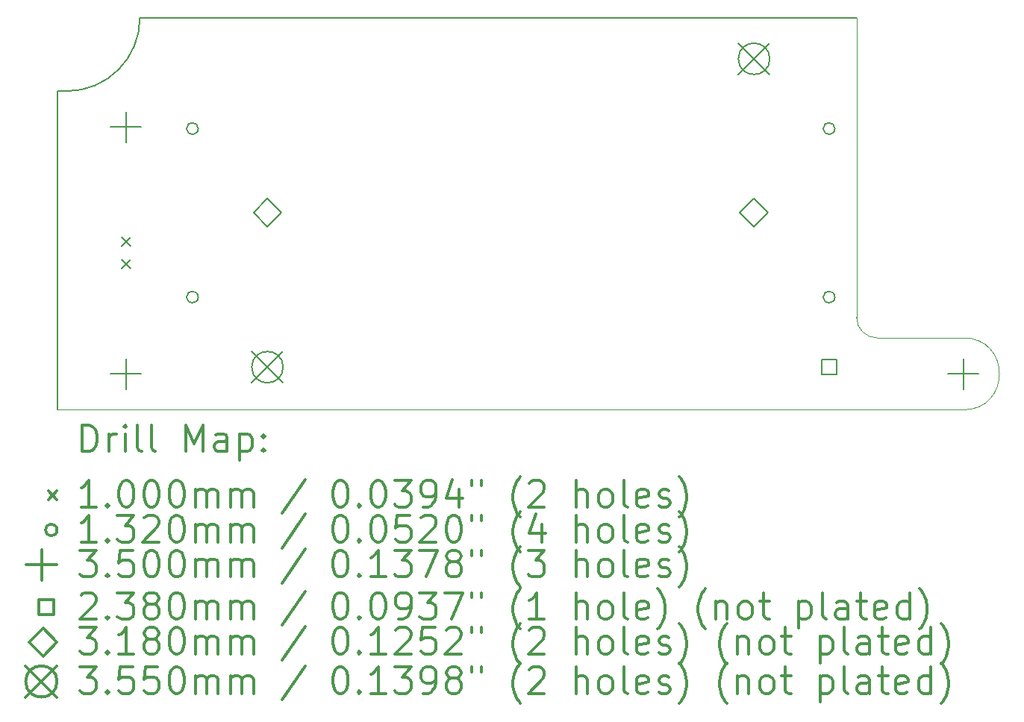
<source format=gbr>
%FSLAX45Y45*%
G04 Gerber Fmt 4.5, Leading zero omitted, Abs format (unit mm)*
G04 Created by KiCad (PCBNEW (5.1.10)-1) date 2021-12-13 23:36:23*
%MOMM*%
%LPD*%
G01*
G04 APERTURE LIST*
%TA.AperFunction,Profile*%
%ADD10C,0.150000*%
%TD*%
%TA.AperFunction,Profile*%
%ADD11C,0.050000*%
%TD*%
%ADD12C,0.200000*%
%ADD13C,0.300000*%
G04 APERTURE END LIST*
D10*
X4940100Y-12006100D02*
X5040100Y-12006100D01*
D11*
X14235092Y-14806100D02*
G75*
G02*
X14003100Y-14574108I0J231992D01*
G01*
X15214600Y-14806100D02*
X14235092Y-14806100D01*
X14003100Y-11173100D02*
X14003100Y-14574108D01*
X15214600Y-14806100D02*
G75*
G02*
X15214600Y-15623100I0J-408500D01*
G01*
X4940100Y-15623100D02*
X15214600Y-15623100D01*
D10*
X5040100Y-12006100D02*
G75*
G03*
X5873100Y-11173100I0J833000D01*
G01*
X5873100Y-11173100D02*
X14003100Y-11173100D01*
X4940100Y-12006100D02*
X4940100Y-15623100D01*
D12*
X5664600Y-13664600D02*
X5764600Y-13764600D01*
X5764600Y-13664600D02*
X5664600Y-13764600D01*
X5665000Y-13918600D02*
X5765000Y-14018600D01*
X5765000Y-13918600D02*
X5665000Y-14018600D01*
X6534600Y-12430400D02*
G75*
G03*
X6534600Y-12430400I-66000J0D01*
G01*
X6534600Y-14343400D02*
G75*
G03*
X6534600Y-14343400I-66000J0D01*
G01*
X13756600Y-12430400D02*
G75*
G03*
X13756600Y-12430400I-66000J0D01*
G01*
X13756600Y-14343400D02*
G75*
G03*
X13756600Y-14343400I-66000J0D01*
G01*
X5714600Y-12239600D02*
X5714600Y-12589600D01*
X5539600Y-12414600D02*
X5889600Y-12414600D01*
X5714600Y-15039600D02*
X5714600Y-15389600D01*
X5539600Y-15214600D02*
X5889600Y-15214600D01*
X15214600Y-15039600D02*
X15214600Y-15389600D01*
X15039600Y-15214600D02*
X15389600Y-15214600D01*
X13774746Y-15222546D02*
X13774746Y-15054253D01*
X13606453Y-15054253D01*
X13606453Y-15222546D01*
X13774746Y-15222546D01*
X7319600Y-13544400D02*
X7478600Y-13385400D01*
X7319600Y-13226400D01*
X7160600Y-13385400D01*
X7319600Y-13544400D01*
X12839600Y-13544400D02*
X12998600Y-13385400D01*
X12839600Y-13226400D01*
X12680600Y-13385400D01*
X12839600Y-13544400D01*
X7142100Y-14960900D02*
X7497100Y-15315900D01*
X7497100Y-14960900D02*
X7142100Y-15315900D01*
X7497100Y-15138400D02*
G75*
G03*
X7497100Y-15138400I-177500J0D01*
G01*
X12662100Y-11460900D02*
X13017100Y-11815900D01*
X13017100Y-11460900D02*
X12662100Y-11815900D01*
X13017100Y-11638400D02*
G75*
G03*
X13017100Y-11638400I-177500J0D01*
G01*
D13*
X5219028Y-16096314D02*
X5219028Y-15796314D01*
X5290457Y-15796314D01*
X5333314Y-15810600D01*
X5361886Y-15839171D01*
X5376171Y-15867743D01*
X5390457Y-15924886D01*
X5390457Y-15967743D01*
X5376171Y-16024886D01*
X5361886Y-16053457D01*
X5333314Y-16082029D01*
X5290457Y-16096314D01*
X5219028Y-16096314D01*
X5519028Y-16096314D02*
X5519028Y-15896314D01*
X5519028Y-15953457D02*
X5533314Y-15924886D01*
X5547600Y-15910600D01*
X5576171Y-15896314D01*
X5604743Y-15896314D01*
X5704743Y-16096314D02*
X5704743Y-15896314D01*
X5704743Y-15796314D02*
X5690457Y-15810600D01*
X5704743Y-15824886D01*
X5719028Y-15810600D01*
X5704743Y-15796314D01*
X5704743Y-15824886D01*
X5890457Y-16096314D02*
X5861886Y-16082029D01*
X5847600Y-16053457D01*
X5847600Y-15796314D01*
X6047600Y-16096314D02*
X6019028Y-16082029D01*
X6004743Y-16053457D01*
X6004743Y-15796314D01*
X6390457Y-16096314D02*
X6390457Y-15796314D01*
X6490457Y-16010600D01*
X6590457Y-15796314D01*
X6590457Y-16096314D01*
X6861886Y-16096314D02*
X6861886Y-15939171D01*
X6847600Y-15910600D01*
X6819028Y-15896314D01*
X6761886Y-15896314D01*
X6733314Y-15910600D01*
X6861886Y-16082029D02*
X6833314Y-16096314D01*
X6761886Y-16096314D01*
X6733314Y-16082029D01*
X6719028Y-16053457D01*
X6719028Y-16024886D01*
X6733314Y-15996314D01*
X6761886Y-15982029D01*
X6833314Y-15982029D01*
X6861886Y-15967743D01*
X7004743Y-15896314D02*
X7004743Y-16196314D01*
X7004743Y-15910600D02*
X7033314Y-15896314D01*
X7090457Y-15896314D01*
X7119028Y-15910600D01*
X7133314Y-15924886D01*
X7147600Y-15953457D01*
X7147600Y-16039171D01*
X7133314Y-16067743D01*
X7119028Y-16082029D01*
X7090457Y-16096314D01*
X7033314Y-16096314D01*
X7004743Y-16082029D01*
X7276171Y-16067743D02*
X7290457Y-16082029D01*
X7276171Y-16096314D01*
X7261886Y-16082029D01*
X7276171Y-16067743D01*
X7276171Y-16096314D01*
X7276171Y-15910600D02*
X7290457Y-15924886D01*
X7276171Y-15939171D01*
X7261886Y-15924886D01*
X7276171Y-15910600D01*
X7276171Y-15939171D01*
X4832600Y-16540600D02*
X4932600Y-16640600D01*
X4932600Y-16540600D02*
X4832600Y-16640600D01*
X5376171Y-16726314D02*
X5204743Y-16726314D01*
X5290457Y-16726314D02*
X5290457Y-16426314D01*
X5261886Y-16469171D01*
X5233314Y-16497743D01*
X5204743Y-16512029D01*
X5504743Y-16697743D02*
X5519028Y-16712029D01*
X5504743Y-16726314D01*
X5490457Y-16712029D01*
X5504743Y-16697743D01*
X5504743Y-16726314D01*
X5704743Y-16426314D02*
X5733314Y-16426314D01*
X5761886Y-16440600D01*
X5776171Y-16454886D01*
X5790457Y-16483457D01*
X5804743Y-16540600D01*
X5804743Y-16612029D01*
X5790457Y-16669171D01*
X5776171Y-16697743D01*
X5761886Y-16712029D01*
X5733314Y-16726314D01*
X5704743Y-16726314D01*
X5676171Y-16712029D01*
X5661886Y-16697743D01*
X5647600Y-16669171D01*
X5633314Y-16612029D01*
X5633314Y-16540600D01*
X5647600Y-16483457D01*
X5661886Y-16454886D01*
X5676171Y-16440600D01*
X5704743Y-16426314D01*
X5990457Y-16426314D02*
X6019028Y-16426314D01*
X6047600Y-16440600D01*
X6061886Y-16454886D01*
X6076171Y-16483457D01*
X6090457Y-16540600D01*
X6090457Y-16612029D01*
X6076171Y-16669171D01*
X6061886Y-16697743D01*
X6047600Y-16712029D01*
X6019028Y-16726314D01*
X5990457Y-16726314D01*
X5961886Y-16712029D01*
X5947600Y-16697743D01*
X5933314Y-16669171D01*
X5919028Y-16612029D01*
X5919028Y-16540600D01*
X5933314Y-16483457D01*
X5947600Y-16454886D01*
X5961886Y-16440600D01*
X5990457Y-16426314D01*
X6276171Y-16426314D02*
X6304743Y-16426314D01*
X6333314Y-16440600D01*
X6347600Y-16454886D01*
X6361886Y-16483457D01*
X6376171Y-16540600D01*
X6376171Y-16612029D01*
X6361886Y-16669171D01*
X6347600Y-16697743D01*
X6333314Y-16712029D01*
X6304743Y-16726314D01*
X6276171Y-16726314D01*
X6247600Y-16712029D01*
X6233314Y-16697743D01*
X6219028Y-16669171D01*
X6204743Y-16612029D01*
X6204743Y-16540600D01*
X6219028Y-16483457D01*
X6233314Y-16454886D01*
X6247600Y-16440600D01*
X6276171Y-16426314D01*
X6504743Y-16726314D02*
X6504743Y-16526314D01*
X6504743Y-16554886D02*
X6519028Y-16540600D01*
X6547600Y-16526314D01*
X6590457Y-16526314D01*
X6619028Y-16540600D01*
X6633314Y-16569171D01*
X6633314Y-16726314D01*
X6633314Y-16569171D02*
X6647600Y-16540600D01*
X6676171Y-16526314D01*
X6719028Y-16526314D01*
X6747600Y-16540600D01*
X6761886Y-16569171D01*
X6761886Y-16726314D01*
X6904743Y-16726314D02*
X6904743Y-16526314D01*
X6904743Y-16554886D02*
X6919028Y-16540600D01*
X6947600Y-16526314D01*
X6990457Y-16526314D01*
X7019028Y-16540600D01*
X7033314Y-16569171D01*
X7033314Y-16726314D01*
X7033314Y-16569171D02*
X7047600Y-16540600D01*
X7076171Y-16526314D01*
X7119028Y-16526314D01*
X7147600Y-16540600D01*
X7161886Y-16569171D01*
X7161886Y-16726314D01*
X7747600Y-16412029D02*
X7490457Y-16797743D01*
X8133314Y-16426314D02*
X8161886Y-16426314D01*
X8190457Y-16440600D01*
X8204743Y-16454886D01*
X8219028Y-16483457D01*
X8233314Y-16540600D01*
X8233314Y-16612029D01*
X8219028Y-16669171D01*
X8204743Y-16697743D01*
X8190457Y-16712029D01*
X8161886Y-16726314D01*
X8133314Y-16726314D01*
X8104743Y-16712029D01*
X8090457Y-16697743D01*
X8076171Y-16669171D01*
X8061886Y-16612029D01*
X8061886Y-16540600D01*
X8076171Y-16483457D01*
X8090457Y-16454886D01*
X8104743Y-16440600D01*
X8133314Y-16426314D01*
X8361886Y-16697743D02*
X8376171Y-16712029D01*
X8361886Y-16726314D01*
X8347600Y-16712029D01*
X8361886Y-16697743D01*
X8361886Y-16726314D01*
X8561886Y-16426314D02*
X8590457Y-16426314D01*
X8619028Y-16440600D01*
X8633314Y-16454886D01*
X8647600Y-16483457D01*
X8661886Y-16540600D01*
X8661886Y-16612029D01*
X8647600Y-16669171D01*
X8633314Y-16697743D01*
X8619028Y-16712029D01*
X8590457Y-16726314D01*
X8561886Y-16726314D01*
X8533314Y-16712029D01*
X8519028Y-16697743D01*
X8504743Y-16669171D01*
X8490457Y-16612029D01*
X8490457Y-16540600D01*
X8504743Y-16483457D01*
X8519028Y-16454886D01*
X8533314Y-16440600D01*
X8561886Y-16426314D01*
X8761886Y-16426314D02*
X8947600Y-16426314D01*
X8847600Y-16540600D01*
X8890457Y-16540600D01*
X8919028Y-16554886D01*
X8933314Y-16569171D01*
X8947600Y-16597743D01*
X8947600Y-16669171D01*
X8933314Y-16697743D01*
X8919028Y-16712029D01*
X8890457Y-16726314D01*
X8804743Y-16726314D01*
X8776171Y-16712029D01*
X8761886Y-16697743D01*
X9090457Y-16726314D02*
X9147600Y-16726314D01*
X9176171Y-16712029D01*
X9190457Y-16697743D01*
X9219028Y-16654886D01*
X9233314Y-16597743D01*
X9233314Y-16483457D01*
X9219028Y-16454886D01*
X9204743Y-16440600D01*
X9176171Y-16426314D01*
X9119028Y-16426314D01*
X9090457Y-16440600D01*
X9076171Y-16454886D01*
X9061886Y-16483457D01*
X9061886Y-16554886D01*
X9076171Y-16583457D01*
X9090457Y-16597743D01*
X9119028Y-16612029D01*
X9176171Y-16612029D01*
X9204743Y-16597743D01*
X9219028Y-16583457D01*
X9233314Y-16554886D01*
X9490457Y-16526314D02*
X9490457Y-16726314D01*
X9419028Y-16412029D02*
X9347600Y-16626314D01*
X9533314Y-16626314D01*
X9633314Y-16426314D02*
X9633314Y-16483457D01*
X9747600Y-16426314D02*
X9747600Y-16483457D01*
X10190457Y-16840600D02*
X10176171Y-16826314D01*
X10147600Y-16783457D01*
X10133314Y-16754886D01*
X10119028Y-16712029D01*
X10104743Y-16640600D01*
X10104743Y-16583457D01*
X10119028Y-16512029D01*
X10133314Y-16469171D01*
X10147600Y-16440600D01*
X10176171Y-16397743D01*
X10190457Y-16383457D01*
X10290457Y-16454886D02*
X10304743Y-16440600D01*
X10333314Y-16426314D01*
X10404743Y-16426314D01*
X10433314Y-16440600D01*
X10447600Y-16454886D01*
X10461886Y-16483457D01*
X10461886Y-16512029D01*
X10447600Y-16554886D01*
X10276171Y-16726314D01*
X10461886Y-16726314D01*
X10819028Y-16726314D02*
X10819028Y-16426314D01*
X10947600Y-16726314D02*
X10947600Y-16569171D01*
X10933314Y-16540600D01*
X10904743Y-16526314D01*
X10861886Y-16526314D01*
X10833314Y-16540600D01*
X10819028Y-16554886D01*
X11133314Y-16726314D02*
X11104743Y-16712029D01*
X11090457Y-16697743D01*
X11076171Y-16669171D01*
X11076171Y-16583457D01*
X11090457Y-16554886D01*
X11104743Y-16540600D01*
X11133314Y-16526314D01*
X11176171Y-16526314D01*
X11204743Y-16540600D01*
X11219028Y-16554886D01*
X11233314Y-16583457D01*
X11233314Y-16669171D01*
X11219028Y-16697743D01*
X11204743Y-16712029D01*
X11176171Y-16726314D01*
X11133314Y-16726314D01*
X11404743Y-16726314D02*
X11376171Y-16712029D01*
X11361886Y-16683457D01*
X11361886Y-16426314D01*
X11633314Y-16712029D02*
X11604743Y-16726314D01*
X11547600Y-16726314D01*
X11519028Y-16712029D01*
X11504743Y-16683457D01*
X11504743Y-16569171D01*
X11519028Y-16540600D01*
X11547600Y-16526314D01*
X11604743Y-16526314D01*
X11633314Y-16540600D01*
X11647600Y-16569171D01*
X11647600Y-16597743D01*
X11504743Y-16626314D01*
X11761886Y-16712029D02*
X11790457Y-16726314D01*
X11847600Y-16726314D01*
X11876171Y-16712029D01*
X11890457Y-16683457D01*
X11890457Y-16669171D01*
X11876171Y-16640600D01*
X11847600Y-16626314D01*
X11804743Y-16626314D01*
X11776171Y-16612029D01*
X11761886Y-16583457D01*
X11761886Y-16569171D01*
X11776171Y-16540600D01*
X11804743Y-16526314D01*
X11847600Y-16526314D01*
X11876171Y-16540600D01*
X11990457Y-16840600D02*
X12004743Y-16826314D01*
X12033314Y-16783457D01*
X12047600Y-16754886D01*
X12061886Y-16712029D01*
X12076171Y-16640600D01*
X12076171Y-16583457D01*
X12061886Y-16512029D01*
X12047600Y-16469171D01*
X12033314Y-16440600D01*
X12004743Y-16397743D01*
X11990457Y-16383457D01*
X4932600Y-16986600D02*
G75*
G03*
X4932600Y-16986600I-66000J0D01*
G01*
X5376171Y-17122314D02*
X5204743Y-17122314D01*
X5290457Y-17122314D02*
X5290457Y-16822314D01*
X5261886Y-16865172D01*
X5233314Y-16893743D01*
X5204743Y-16908029D01*
X5504743Y-17093743D02*
X5519028Y-17108029D01*
X5504743Y-17122314D01*
X5490457Y-17108029D01*
X5504743Y-17093743D01*
X5504743Y-17122314D01*
X5619028Y-16822314D02*
X5804743Y-16822314D01*
X5704743Y-16936600D01*
X5747600Y-16936600D01*
X5776171Y-16950886D01*
X5790457Y-16965172D01*
X5804743Y-16993743D01*
X5804743Y-17065172D01*
X5790457Y-17093743D01*
X5776171Y-17108029D01*
X5747600Y-17122314D01*
X5661886Y-17122314D01*
X5633314Y-17108029D01*
X5619028Y-17093743D01*
X5919028Y-16850886D02*
X5933314Y-16836600D01*
X5961886Y-16822314D01*
X6033314Y-16822314D01*
X6061886Y-16836600D01*
X6076171Y-16850886D01*
X6090457Y-16879457D01*
X6090457Y-16908029D01*
X6076171Y-16950886D01*
X5904743Y-17122314D01*
X6090457Y-17122314D01*
X6276171Y-16822314D02*
X6304743Y-16822314D01*
X6333314Y-16836600D01*
X6347600Y-16850886D01*
X6361886Y-16879457D01*
X6376171Y-16936600D01*
X6376171Y-17008029D01*
X6361886Y-17065172D01*
X6347600Y-17093743D01*
X6333314Y-17108029D01*
X6304743Y-17122314D01*
X6276171Y-17122314D01*
X6247600Y-17108029D01*
X6233314Y-17093743D01*
X6219028Y-17065172D01*
X6204743Y-17008029D01*
X6204743Y-16936600D01*
X6219028Y-16879457D01*
X6233314Y-16850886D01*
X6247600Y-16836600D01*
X6276171Y-16822314D01*
X6504743Y-17122314D02*
X6504743Y-16922314D01*
X6504743Y-16950886D02*
X6519028Y-16936600D01*
X6547600Y-16922314D01*
X6590457Y-16922314D01*
X6619028Y-16936600D01*
X6633314Y-16965172D01*
X6633314Y-17122314D01*
X6633314Y-16965172D02*
X6647600Y-16936600D01*
X6676171Y-16922314D01*
X6719028Y-16922314D01*
X6747600Y-16936600D01*
X6761886Y-16965172D01*
X6761886Y-17122314D01*
X6904743Y-17122314D02*
X6904743Y-16922314D01*
X6904743Y-16950886D02*
X6919028Y-16936600D01*
X6947600Y-16922314D01*
X6990457Y-16922314D01*
X7019028Y-16936600D01*
X7033314Y-16965172D01*
X7033314Y-17122314D01*
X7033314Y-16965172D02*
X7047600Y-16936600D01*
X7076171Y-16922314D01*
X7119028Y-16922314D01*
X7147600Y-16936600D01*
X7161886Y-16965172D01*
X7161886Y-17122314D01*
X7747600Y-16808029D02*
X7490457Y-17193743D01*
X8133314Y-16822314D02*
X8161886Y-16822314D01*
X8190457Y-16836600D01*
X8204743Y-16850886D01*
X8219028Y-16879457D01*
X8233314Y-16936600D01*
X8233314Y-17008029D01*
X8219028Y-17065172D01*
X8204743Y-17093743D01*
X8190457Y-17108029D01*
X8161886Y-17122314D01*
X8133314Y-17122314D01*
X8104743Y-17108029D01*
X8090457Y-17093743D01*
X8076171Y-17065172D01*
X8061886Y-17008029D01*
X8061886Y-16936600D01*
X8076171Y-16879457D01*
X8090457Y-16850886D01*
X8104743Y-16836600D01*
X8133314Y-16822314D01*
X8361886Y-17093743D02*
X8376171Y-17108029D01*
X8361886Y-17122314D01*
X8347600Y-17108029D01*
X8361886Y-17093743D01*
X8361886Y-17122314D01*
X8561886Y-16822314D02*
X8590457Y-16822314D01*
X8619028Y-16836600D01*
X8633314Y-16850886D01*
X8647600Y-16879457D01*
X8661886Y-16936600D01*
X8661886Y-17008029D01*
X8647600Y-17065172D01*
X8633314Y-17093743D01*
X8619028Y-17108029D01*
X8590457Y-17122314D01*
X8561886Y-17122314D01*
X8533314Y-17108029D01*
X8519028Y-17093743D01*
X8504743Y-17065172D01*
X8490457Y-17008029D01*
X8490457Y-16936600D01*
X8504743Y-16879457D01*
X8519028Y-16850886D01*
X8533314Y-16836600D01*
X8561886Y-16822314D01*
X8933314Y-16822314D02*
X8790457Y-16822314D01*
X8776171Y-16965172D01*
X8790457Y-16950886D01*
X8819028Y-16936600D01*
X8890457Y-16936600D01*
X8919028Y-16950886D01*
X8933314Y-16965172D01*
X8947600Y-16993743D01*
X8947600Y-17065172D01*
X8933314Y-17093743D01*
X8919028Y-17108029D01*
X8890457Y-17122314D01*
X8819028Y-17122314D01*
X8790457Y-17108029D01*
X8776171Y-17093743D01*
X9061886Y-16850886D02*
X9076171Y-16836600D01*
X9104743Y-16822314D01*
X9176171Y-16822314D01*
X9204743Y-16836600D01*
X9219028Y-16850886D01*
X9233314Y-16879457D01*
X9233314Y-16908029D01*
X9219028Y-16950886D01*
X9047600Y-17122314D01*
X9233314Y-17122314D01*
X9419028Y-16822314D02*
X9447600Y-16822314D01*
X9476171Y-16836600D01*
X9490457Y-16850886D01*
X9504743Y-16879457D01*
X9519028Y-16936600D01*
X9519028Y-17008029D01*
X9504743Y-17065172D01*
X9490457Y-17093743D01*
X9476171Y-17108029D01*
X9447600Y-17122314D01*
X9419028Y-17122314D01*
X9390457Y-17108029D01*
X9376171Y-17093743D01*
X9361886Y-17065172D01*
X9347600Y-17008029D01*
X9347600Y-16936600D01*
X9361886Y-16879457D01*
X9376171Y-16850886D01*
X9390457Y-16836600D01*
X9419028Y-16822314D01*
X9633314Y-16822314D02*
X9633314Y-16879457D01*
X9747600Y-16822314D02*
X9747600Y-16879457D01*
X10190457Y-17236600D02*
X10176171Y-17222314D01*
X10147600Y-17179457D01*
X10133314Y-17150886D01*
X10119028Y-17108029D01*
X10104743Y-17036600D01*
X10104743Y-16979457D01*
X10119028Y-16908029D01*
X10133314Y-16865172D01*
X10147600Y-16836600D01*
X10176171Y-16793743D01*
X10190457Y-16779457D01*
X10433314Y-16922314D02*
X10433314Y-17122314D01*
X10361886Y-16808029D02*
X10290457Y-17022314D01*
X10476171Y-17022314D01*
X10819028Y-17122314D02*
X10819028Y-16822314D01*
X10947600Y-17122314D02*
X10947600Y-16965172D01*
X10933314Y-16936600D01*
X10904743Y-16922314D01*
X10861886Y-16922314D01*
X10833314Y-16936600D01*
X10819028Y-16950886D01*
X11133314Y-17122314D02*
X11104743Y-17108029D01*
X11090457Y-17093743D01*
X11076171Y-17065172D01*
X11076171Y-16979457D01*
X11090457Y-16950886D01*
X11104743Y-16936600D01*
X11133314Y-16922314D01*
X11176171Y-16922314D01*
X11204743Y-16936600D01*
X11219028Y-16950886D01*
X11233314Y-16979457D01*
X11233314Y-17065172D01*
X11219028Y-17093743D01*
X11204743Y-17108029D01*
X11176171Y-17122314D01*
X11133314Y-17122314D01*
X11404743Y-17122314D02*
X11376171Y-17108029D01*
X11361886Y-17079457D01*
X11361886Y-16822314D01*
X11633314Y-17108029D02*
X11604743Y-17122314D01*
X11547600Y-17122314D01*
X11519028Y-17108029D01*
X11504743Y-17079457D01*
X11504743Y-16965172D01*
X11519028Y-16936600D01*
X11547600Y-16922314D01*
X11604743Y-16922314D01*
X11633314Y-16936600D01*
X11647600Y-16965172D01*
X11647600Y-16993743D01*
X11504743Y-17022314D01*
X11761886Y-17108029D02*
X11790457Y-17122314D01*
X11847600Y-17122314D01*
X11876171Y-17108029D01*
X11890457Y-17079457D01*
X11890457Y-17065172D01*
X11876171Y-17036600D01*
X11847600Y-17022314D01*
X11804743Y-17022314D01*
X11776171Y-17008029D01*
X11761886Y-16979457D01*
X11761886Y-16965172D01*
X11776171Y-16936600D01*
X11804743Y-16922314D01*
X11847600Y-16922314D01*
X11876171Y-16936600D01*
X11990457Y-17236600D02*
X12004743Y-17222314D01*
X12033314Y-17179457D01*
X12047600Y-17150886D01*
X12061886Y-17108029D01*
X12076171Y-17036600D01*
X12076171Y-16979457D01*
X12061886Y-16908029D01*
X12047600Y-16865172D01*
X12033314Y-16836600D01*
X12004743Y-16793743D01*
X11990457Y-16779457D01*
X4757600Y-17207600D02*
X4757600Y-17557600D01*
X4582600Y-17382600D02*
X4932600Y-17382600D01*
X5190457Y-17218314D02*
X5376171Y-17218314D01*
X5276171Y-17332600D01*
X5319028Y-17332600D01*
X5347600Y-17346886D01*
X5361886Y-17361172D01*
X5376171Y-17389743D01*
X5376171Y-17461172D01*
X5361886Y-17489743D01*
X5347600Y-17504029D01*
X5319028Y-17518314D01*
X5233314Y-17518314D01*
X5204743Y-17504029D01*
X5190457Y-17489743D01*
X5504743Y-17489743D02*
X5519028Y-17504029D01*
X5504743Y-17518314D01*
X5490457Y-17504029D01*
X5504743Y-17489743D01*
X5504743Y-17518314D01*
X5790457Y-17218314D02*
X5647600Y-17218314D01*
X5633314Y-17361172D01*
X5647600Y-17346886D01*
X5676171Y-17332600D01*
X5747600Y-17332600D01*
X5776171Y-17346886D01*
X5790457Y-17361172D01*
X5804743Y-17389743D01*
X5804743Y-17461172D01*
X5790457Y-17489743D01*
X5776171Y-17504029D01*
X5747600Y-17518314D01*
X5676171Y-17518314D01*
X5647600Y-17504029D01*
X5633314Y-17489743D01*
X5990457Y-17218314D02*
X6019028Y-17218314D01*
X6047600Y-17232600D01*
X6061886Y-17246886D01*
X6076171Y-17275457D01*
X6090457Y-17332600D01*
X6090457Y-17404029D01*
X6076171Y-17461172D01*
X6061886Y-17489743D01*
X6047600Y-17504029D01*
X6019028Y-17518314D01*
X5990457Y-17518314D01*
X5961886Y-17504029D01*
X5947600Y-17489743D01*
X5933314Y-17461172D01*
X5919028Y-17404029D01*
X5919028Y-17332600D01*
X5933314Y-17275457D01*
X5947600Y-17246886D01*
X5961886Y-17232600D01*
X5990457Y-17218314D01*
X6276171Y-17218314D02*
X6304743Y-17218314D01*
X6333314Y-17232600D01*
X6347600Y-17246886D01*
X6361886Y-17275457D01*
X6376171Y-17332600D01*
X6376171Y-17404029D01*
X6361886Y-17461172D01*
X6347600Y-17489743D01*
X6333314Y-17504029D01*
X6304743Y-17518314D01*
X6276171Y-17518314D01*
X6247600Y-17504029D01*
X6233314Y-17489743D01*
X6219028Y-17461172D01*
X6204743Y-17404029D01*
X6204743Y-17332600D01*
X6219028Y-17275457D01*
X6233314Y-17246886D01*
X6247600Y-17232600D01*
X6276171Y-17218314D01*
X6504743Y-17518314D02*
X6504743Y-17318314D01*
X6504743Y-17346886D02*
X6519028Y-17332600D01*
X6547600Y-17318314D01*
X6590457Y-17318314D01*
X6619028Y-17332600D01*
X6633314Y-17361172D01*
X6633314Y-17518314D01*
X6633314Y-17361172D02*
X6647600Y-17332600D01*
X6676171Y-17318314D01*
X6719028Y-17318314D01*
X6747600Y-17332600D01*
X6761886Y-17361172D01*
X6761886Y-17518314D01*
X6904743Y-17518314D02*
X6904743Y-17318314D01*
X6904743Y-17346886D02*
X6919028Y-17332600D01*
X6947600Y-17318314D01*
X6990457Y-17318314D01*
X7019028Y-17332600D01*
X7033314Y-17361172D01*
X7033314Y-17518314D01*
X7033314Y-17361172D02*
X7047600Y-17332600D01*
X7076171Y-17318314D01*
X7119028Y-17318314D01*
X7147600Y-17332600D01*
X7161886Y-17361172D01*
X7161886Y-17518314D01*
X7747600Y-17204029D02*
X7490457Y-17589743D01*
X8133314Y-17218314D02*
X8161886Y-17218314D01*
X8190457Y-17232600D01*
X8204743Y-17246886D01*
X8219028Y-17275457D01*
X8233314Y-17332600D01*
X8233314Y-17404029D01*
X8219028Y-17461172D01*
X8204743Y-17489743D01*
X8190457Y-17504029D01*
X8161886Y-17518314D01*
X8133314Y-17518314D01*
X8104743Y-17504029D01*
X8090457Y-17489743D01*
X8076171Y-17461172D01*
X8061886Y-17404029D01*
X8061886Y-17332600D01*
X8076171Y-17275457D01*
X8090457Y-17246886D01*
X8104743Y-17232600D01*
X8133314Y-17218314D01*
X8361886Y-17489743D02*
X8376171Y-17504029D01*
X8361886Y-17518314D01*
X8347600Y-17504029D01*
X8361886Y-17489743D01*
X8361886Y-17518314D01*
X8661886Y-17518314D02*
X8490457Y-17518314D01*
X8576171Y-17518314D02*
X8576171Y-17218314D01*
X8547600Y-17261172D01*
X8519028Y-17289743D01*
X8490457Y-17304029D01*
X8761886Y-17218314D02*
X8947600Y-17218314D01*
X8847600Y-17332600D01*
X8890457Y-17332600D01*
X8919028Y-17346886D01*
X8933314Y-17361172D01*
X8947600Y-17389743D01*
X8947600Y-17461172D01*
X8933314Y-17489743D01*
X8919028Y-17504029D01*
X8890457Y-17518314D01*
X8804743Y-17518314D01*
X8776171Y-17504029D01*
X8761886Y-17489743D01*
X9047600Y-17218314D02*
X9247600Y-17218314D01*
X9119028Y-17518314D01*
X9404743Y-17346886D02*
X9376171Y-17332600D01*
X9361886Y-17318314D01*
X9347600Y-17289743D01*
X9347600Y-17275457D01*
X9361886Y-17246886D01*
X9376171Y-17232600D01*
X9404743Y-17218314D01*
X9461886Y-17218314D01*
X9490457Y-17232600D01*
X9504743Y-17246886D01*
X9519028Y-17275457D01*
X9519028Y-17289743D01*
X9504743Y-17318314D01*
X9490457Y-17332600D01*
X9461886Y-17346886D01*
X9404743Y-17346886D01*
X9376171Y-17361172D01*
X9361886Y-17375457D01*
X9347600Y-17404029D01*
X9347600Y-17461172D01*
X9361886Y-17489743D01*
X9376171Y-17504029D01*
X9404743Y-17518314D01*
X9461886Y-17518314D01*
X9490457Y-17504029D01*
X9504743Y-17489743D01*
X9519028Y-17461172D01*
X9519028Y-17404029D01*
X9504743Y-17375457D01*
X9490457Y-17361172D01*
X9461886Y-17346886D01*
X9633314Y-17218314D02*
X9633314Y-17275457D01*
X9747600Y-17218314D02*
X9747600Y-17275457D01*
X10190457Y-17632600D02*
X10176171Y-17618314D01*
X10147600Y-17575457D01*
X10133314Y-17546886D01*
X10119028Y-17504029D01*
X10104743Y-17432600D01*
X10104743Y-17375457D01*
X10119028Y-17304029D01*
X10133314Y-17261172D01*
X10147600Y-17232600D01*
X10176171Y-17189743D01*
X10190457Y-17175457D01*
X10276171Y-17218314D02*
X10461886Y-17218314D01*
X10361886Y-17332600D01*
X10404743Y-17332600D01*
X10433314Y-17346886D01*
X10447600Y-17361172D01*
X10461886Y-17389743D01*
X10461886Y-17461172D01*
X10447600Y-17489743D01*
X10433314Y-17504029D01*
X10404743Y-17518314D01*
X10319028Y-17518314D01*
X10290457Y-17504029D01*
X10276171Y-17489743D01*
X10819028Y-17518314D02*
X10819028Y-17218314D01*
X10947600Y-17518314D02*
X10947600Y-17361172D01*
X10933314Y-17332600D01*
X10904743Y-17318314D01*
X10861886Y-17318314D01*
X10833314Y-17332600D01*
X10819028Y-17346886D01*
X11133314Y-17518314D02*
X11104743Y-17504029D01*
X11090457Y-17489743D01*
X11076171Y-17461172D01*
X11076171Y-17375457D01*
X11090457Y-17346886D01*
X11104743Y-17332600D01*
X11133314Y-17318314D01*
X11176171Y-17318314D01*
X11204743Y-17332600D01*
X11219028Y-17346886D01*
X11233314Y-17375457D01*
X11233314Y-17461172D01*
X11219028Y-17489743D01*
X11204743Y-17504029D01*
X11176171Y-17518314D01*
X11133314Y-17518314D01*
X11404743Y-17518314D02*
X11376171Y-17504029D01*
X11361886Y-17475457D01*
X11361886Y-17218314D01*
X11633314Y-17504029D02*
X11604743Y-17518314D01*
X11547600Y-17518314D01*
X11519028Y-17504029D01*
X11504743Y-17475457D01*
X11504743Y-17361172D01*
X11519028Y-17332600D01*
X11547600Y-17318314D01*
X11604743Y-17318314D01*
X11633314Y-17332600D01*
X11647600Y-17361172D01*
X11647600Y-17389743D01*
X11504743Y-17418314D01*
X11761886Y-17504029D02*
X11790457Y-17518314D01*
X11847600Y-17518314D01*
X11876171Y-17504029D01*
X11890457Y-17475457D01*
X11890457Y-17461172D01*
X11876171Y-17432600D01*
X11847600Y-17418314D01*
X11804743Y-17418314D01*
X11776171Y-17404029D01*
X11761886Y-17375457D01*
X11761886Y-17361172D01*
X11776171Y-17332600D01*
X11804743Y-17318314D01*
X11847600Y-17318314D01*
X11876171Y-17332600D01*
X11990457Y-17632600D02*
X12004743Y-17618314D01*
X12033314Y-17575457D01*
X12047600Y-17546886D01*
X12061886Y-17504029D01*
X12076171Y-17432600D01*
X12076171Y-17375457D01*
X12061886Y-17304029D01*
X12047600Y-17261172D01*
X12033314Y-17232600D01*
X12004743Y-17189743D01*
X11990457Y-17175457D01*
X4897746Y-17946747D02*
X4897746Y-17778454D01*
X4729453Y-17778454D01*
X4729453Y-17946747D01*
X4897746Y-17946747D01*
X5204743Y-17726886D02*
X5219028Y-17712600D01*
X5247600Y-17698314D01*
X5319028Y-17698314D01*
X5347600Y-17712600D01*
X5361886Y-17726886D01*
X5376171Y-17755457D01*
X5376171Y-17784029D01*
X5361886Y-17826886D01*
X5190457Y-17998314D01*
X5376171Y-17998314D01*
X5504743Y-17969743D02*
X5519028Y-17984029D01*
X5504743Y-17998314D01*
X5490457Y-17984029D01*
X5504743Y-17969743D01*
X5504743Y-17998314D01*
X5619028Y-17698314D02*
X5804743Y-17698314D01*
X5704743Y-17812600D01*
X5747600Y-17812600D01*
X5776171Y-17826886D01*
X5790457Y-17841172D01*
X5804743Y-17869743D01*
X5804743Y-17941172D01*
X5790457Y-17969743D01*
X5776171Y-17984029D01*
X5747600Y-17998314D01*
X5661886Y-17998314D01*
X5633314Y-17984029D01*
X5619028Y-17969743D01*
X5976171Y-17826886D02*
X5947600Y-17812600D01*
X5933314Y-17798314D01*
X5919028Y-17769743D01*
X5919028Y-17755457D01*
X5933314Y-17726886D01*
X5947600Y-17712600D01*
X5976171Y-17698314D01*
X6033314Y-17698314D01*
X6061886Y-17712600D01*
X6076171Y-17726886D01*
X6090457Y-17755457D01*
X6090457Y-17769743D01*
X6076171Y-17798314D01*
X6061886Y-17812600D01*
X6033314Y-17826886D01*
X5976171Y-17826886D01*
X5947600Y-17841172D01*
X5933314Y-17855457D01*
X5919028Y-17884029D01*
X5919028Y-17941172D01*
X5933314Y-17969743D01*
X5947600Y-17984029D01*
X5976171Y-17998314D01*
X6033314Y-17998314D01*
X6061886Y-17984029D01*
X6076171Y-17969743D01*
X6090457Y-17941172D01*
X6090457Y-17884029D01*
X6076171Y-17855457D01*
X6061886Y-17841172D01*
X6033314Y-17826886D01*
X6276171Y-17698314D02*
X6304743Y-17698314D01*
X6333314Y-17712600D01*
X6347600Y-17726886D01*
X6361886Y-17755457D01*
X6376171Y-17812600D01*
X6376171Y-17884029D01*
X6361886Y-17941172D01*
X6347600Y-17969743D01*
X6333314Y-17984029D01*
X6304743Y-17998314D01*
X6276171Y-17998314D01*
X6247600Y-17984029D01*
X6233314Y-17969743D01*
X6219028Y-17941172D01*
X6204743Y-17884029D01*
X6204743Y-17812600D01*
X6219028Y-17755457D01*
X6233314Y-17726886D01*
X6247600Y-17712600D01*
X6276171Y-17698314D01*
X6504743Y-17998314D02*
X6504743Y-17798314D01*
X6504743Y-17826886D02*
X6519028Y-17812600D01*
X6547600Y-17798314D01*
X6590457Y-17798314D01*
X6619028Y-17812600D01*
X6633314Y-17841172D01*
X6633314Y-17998314D01*
X6633314Y-17841172D02*
X6647600Y-17812600D01*
X6676171Y-17798314D01*
X6719028Y-17798314D01*
X6747600Y-17812600D01*
X6761886Y-17841172D01*
X6761886Y-17998314D01*
X6904743Y-17998314D02*
X6904743Y-17798314D01*
X6904743Y-17826886D02*
X6919028Y-17812600D01*
X6947600Y-17798314D01*
X6990457Y-17798314D01*
X7019028Y-17812600D01*
X7033314Y-17841172D01*
X7033314Y-17998314D01*
X7033314Y-17841172D02*
X7047600Y-17812600D01*
X7076171Y-17798314D01*
X7119028Y-17798314D01*
X7147600Y-17812600D01*
X7161886Y-17841172D01*
X7161886Y-17998314D01*
X7747600Y-17684029D02*
X7490457Y-18069743D01*
X8133314Y-17698314D02*
X8161886Y-17698314D01*
X8190457Y-17712600D01*
X8204743Y-17726886D01*
X8219028Y-17755457D01*
X8233314Y-17812600D01*
X8233314Y-17884029D01*
X8219028Y-17941172D01*
X8204743Y-17969743D01*
X8190457Y-17984029D01*
X8161886Y-17998314D01*
X8133314Y-17998314D01*
X8104743Y-17984029D01*
X8090457Y-17969743D01*
X8076171Y-17941172D01*
X8061886Y-17884029D01*
X8061886Y-17812600D01*
X8076171Y-17755457D01*
X8090457Y-17726886D01*
X8104743Y-17712600D01*
X8133314Y-17698314D01*
X8361886Y-17969743D02*
X8376171Y-17984029D01*
X8361886Y-17998314D01*
X8347600Y-17984029D01*
X8361886Y-17969743D01*
X8361886Y-17998314D01*
X8561886Y-17698314D02*
X8590457Y-17698314D01*
X8619028Y-17712600D01*
X8633314Y-17726886D01*
X8647600Y-17755457D01*
X8661886Y-17812600D01*
X8661886Y-17884029D01*
X8647600Y-17941172D01*
X8633314Y-17969743D01*
X8619028Y-17984029D01*
X8590457Y-17998314D01*
X8561886Y-17998314D01*
X8533314Y-17984029D01*
X8519028Y-17969743D01*
X8504743Y-17941172D01*
X8490457Y-17884029D01*
X8490457Y-17812600D01*
X8504743Y-17755457D01*
X8519028Y-17726886D01*
X8533314Y-17712600D01*
X8561886Y-17698314D01*
X8804743Y-17998314D02*
X8861886Y-17998314D01*
X8890457Y-17984029D01*
X8904743Y-17969743D01*
X8933314Y-17926886D01*
X8947600Y-17869743D01*
X8947600Y-17755457D01*
X8933314Y-17726886D01*
X8919028Y-17712600D01*
X8890457Y-17698314D01*
X8833314Y-17698314D01*
X8804743Y-17712600D01*
X8790457Y-17726886D01*
X8776171Y-17755457D01*
X8776171Y-17826886D01*
X8790457Y-17855457D01*
X8804743Y-17869743D01*
X8833314Y-17884029D01*
X8890457Y-17884029D01*
X8919028Y-17869743D01*
X8933314Y-17855457D01*
X8947600Y-17826886D01*
X9047600Y-17698314D02*
X9233314Y-17698314D01*
X9133314Y-17812600D01*
X9176171Y-17812600D01*
X9204743Y-17826886D01*
X9219028Y-17841172D01*
X9233314Y-17869743D01*
X9233314Y-17941172D01*
X9219028Y-17969743D01*
X9204743Y-17984029D01*
X9176171Y-17998314D01*
X9090457Y-17998314D01*
X9061886Y-17984029D01*
X9047600Y-17969743D01*
X9333314Y-17698314D02*
X9533314Y-17698314D01*
X9404743Y-17998314D01*
X9633314Y-17698314D02*
X9633314Y-17755457D01*
X9747600Y-17698314D02*
X9747600Y-17755457D01*
X10190457Y-18112600D02*
X10176171Y-18098314D01*
X10147600Y-18055457D01*
X10133314Y-18026886D01*
X10119028Y-17984029D01*
X10104743Y-17912600D01*
X10104743Y-17855457D01*
X10119028Y-17784029D01*
X10133314Y-17741172D01*
X10147600Y-17712600D01*
X10176171Y-17669743D01*
X10190457Y-17655457D01*
X10461886Y-17998314D02*
X10290457Y-17998314D01*
X10376171Y-17998314D02*
X10376171Y-17698314D01*
X10347600Y-17741172D01*
X10319028Y-17769743D01*
X10290457Y-17784029D01*
X10819028Y-17998314D02*
X10819028Y-17698314D01*
X10947600Y-17998314D02*
X10947600Y-17841172D01*
X10933314Y-17812600D01*
X10904743Y-17798314D01*
X10861886Y-17798314D01*
X10833314Y-17812600D01*
X10819028Y-17826886D01*
X11133314Y-17998314D02*
X11104743Y-17984029D01*
X11090457Y-17969743D01*
X11076171Y-17941172D01*
X11076171Y-17855457D01*
X11090457Y-17826886D01*
X11104743Y-17812600D01*
X11133314Y-17798314D01*
X11176171Y-17798314D01*
X11204743Y-17812600D01*
X11219028Y-17826886D01*
X11233314Y-17855457D01*
X11233314Y-17941172D01*
X11219028Y-17969743D01*
X11204743Y-17984029D01*
X11176171Y-17998314D01*
X11133314Y-17998314D01*
X11404743Y-17998314D02*
X11376171Y-17984029D01*
X11361886Y-17955457D01*
X11361886Y-17698314D01*
X11633314Y-17984029D02*
X11604743Y-17998314D01*
X11547600Y-17998314D01*
X11519028Y-17984029D01*
X11504743Y-17955457D01*
X11504743Y-17841172D01*
X11519028Y-17812600D01*
X11547600Y-17798314D01*
X11604743Y-17798314D01*
X11633314Y-17812600D01*
X11647600Y-17841172D01*
X11647600Y-17869743D01*
X11504743Y-17898314D01*
X11747600Y-18112600D02*
X11761886Y-18098314D01*
X11790457Y-18055457D01*
X11804743Y-18026886D01*
X11819028Y-17984029D01*
X11833314Y-17912600D01*
X11833314Y-17855457D01*
X11819028Y-17784029D01*
X11804743Y-17741172D01*
X11790457Y-17712600D01*
X11761886Y-17669743D01*
X11747600Y-17655457D01*
X12290457Y-18112600D02*
X12276171Y-18098314D01*
X12247600Y-18055457D01*
X12233314Y-18026886D01*
X12219028Y-17984029D01*
X12204743Y-17912600D01*
X12204743Y-17855457D01*
X12219028Y-17784029D01*
X12233314Y-17741172D01*
X12247600Y-17712600D01*
X12276171Y-17669743D01*
X12290457Y-17655457D01*
X12404743Y-17798314D02*
X12404743Y-17998314D01*
X12404743Y-17826886D02*
X12419028Y-17812600D01*
X12447600Y-17798314D01*
X12490457Y-17798314D01*
X12519028Y-17812600D01*
X12533314Y-17841172D01*
X12533314Y-17998314D01*
X12719028Y-17998314D02*
X12690457Y-17984029D01*
X12676171Y-17969743D01*
X12661886Y-17941172D01*
X12661886Y-17855457D01*
X12676171Y-17826886D01*
X12690457Y-17812600D01*
X12719028Y-17798314D01*
X12761886Y-17798314D01*
X12790457Y-17812600D01*
X12804743Y-17826886D01*
X12819028Y-17855457D01*
X12819028Y-17941172D01*
X12804743Y-17969743D01*
X12790457Y-17984029D01*
X12761886Y-17998314D01*
X12719028Y-17998314D01*
X12904743Y-17798314D02*
X13019028Y-17798314D01*
X12947600Y-17698314D02*
X12947600Y-17955457D01*
X12961886Y-17984029D01*
X12990457Y-17998314D01*
X13019028Y-17998314D01*
X13347600Y-17798314D02*
X13347600Y-18098314D01*
X13347600Y-17812600D02*
X13376171Y-17798314D01*
X13433314Y-17798314D01*
X13461886Y-17812600D01*
X13476171Y-17826886D01*
X13490457Y-17855457D01*
X13490457Y-17941172D01*
X13476171Y-17969743D01*
X13461886Y-17984029D01*
X13433314Y-17998314D01*
X13376171Y-17998314D01*
X13347600Y-17984029D01*
X13661886Y-17998314D02*
X13633314Y-17984029D01*
X13619028Y-17955457D01*
X13619028Y-17698314D01*
X13904743Y-17998314D02*
X13904743Y-17841172D01*
X13890457Y-17812600D01*
X13861886Y-17798314D01*
X13804743Y-17798314D01*
X13776171Y-17812600D01*
X13904743Y-17984029D02*
X13876171Y-17998314D01*
X13804743Y-17998314D01*
X13776171Y-17984029D01*
X13761886Y-17955457D01*
X13761886Y-17926886D01*
X13776171Y-17898314D01*
X13804743Y-17884029D01*
X13876171Y-17884029D01*
X13904743Y-17869743D01*
X14004743Y-17798314D02*
X14119028Y-17798314D01*
X14047600Y-17698314D02*
X14047600Y-17955457D01*
X14061886Y-17984029D01*
X14090457Y-17998314D01*
X14119028Y-17998314D01*
X14333314Y-17984029D02*
X14304743Y-17998314D01*
X14247600Y-17998314D01*
X14219028Y-17984029D01*
X14204743Y-17955457D01*
X14204743Y-17841172D01*
X14219028Y-17812600D01*
X14247600Y-17798314D01*
X14304743Y-17798314D01*
X14333314Y-17812600D01*
X14347600Y-17841172D01*
X14347600Y-17869743D01*
X14204743Y-17898314D01*
X14604743Y-17998314D02*
X14604743Y-17698314D01*
X14604743Y-17984029D02*
X14576171Y-17998314D01*
X14519028Y-17998314D01*
X14490457Y-17984029D01*
X14476171Y-17969743D01*
X14461886Y-17941172D01*
X14461886Y-17855457D01*
X14476171Y-17826886D01*
X14490457Y-17812600D01*
X14519028Y-17798314D01*
X14576171Y-17798314D01*
X14604743Y-17812600D01*
X14719028Y-18112600D02*
X14733314Y-18098314D01*
X14761886Y-18055457D01*
X14776171Y-18026886D01*
X14790457Y-17984029D01*
X14804743Y-17912600D01*
X14804743Y-17855457D01*
X14790457Y-17784029D01*
X14776171Y-17741172D01*
X14761886Y-17712600D01*
X14733314Y-17669743D01*
X14719028Y-17655457D01*
X4773600Y-18417600D02*
X4932600Y-18258600D01*
X4773600Y-18099600D01*
X4614600Y-18258600D01*
X4773600Y-18417600D01*
X5190457Y-18094314D02*
X5376171Y-18094314D01*
X5276171Y-18208600D01*
X5319028Y-18208600D01*
X5347600Y-18222886D01*
X5361886Y-18237172D01*
X5376171Y-18265743D01*
X5376171Y-18337172D01*
X5361886Y-18365743D01*
X5347600Y-18380029D01*
X5319028Y-18394314D01*
X5233314Y-18394314D01*
X5204743Y-18380029D01*
X5190457Y-18365743D01*
X5504743Y-18365743D02*
X5519028Y-18380029D01*
X5504743Y-18394314D01*
X5490457Y-18380029D01*
X5504743Y-18365743D01*
X5504743Y-18394314D01*
X5804743Y-18394314D02*
X5633314Y-18394314D01*
X5719028Y-18394314D02*
X5719028Y-18094314D01*
X5690457Y-18137172D01*
X5661886Y-18165743D01*
X5633314Y-18180029D01*
X5976171Y-18222886D02*
X5947600Y-18208600D01*
X5933314Y-18194314D01*
X5919028Y-18165743D01*
X5919028Y-18151457D01*
X5933314Y-18122886D01*
X5947600Y-18108600D01*
X5976171Y-18094314D01*
X6033314Y-18094314D01*
X6061886Y-18108600D01*
X6076171Y-18122886D01*
X6090457Y-18151457D01*
X6090457Y-18165743D01*
X6076171Y-18194314D01*
X6061886Y-18208600D01*
X6033314Y-18222886D01*
X5976171Y-18222886D01*
X5947600Y-18237172D01*
X5933314Y-18251457D01*
X5919028Y-18280029D01*
X5919028Y-18337172D01*
X5933314Y-18365743D01*
X5947600Y-18380029D01*
X5976171Y-18394314D01*
X6033314Y-18394314D01*
X6061886Y-18380029D01*
X6076171Y-18365743D01*
X6090457Y-18337172D01*
X6090457Y-18280029D01*
X6076171Y-18251457D01*
X6061886Y-18237172D01*
X6033314Y-18222886D01*
X6276171Y-18094314D02*
X6304743Y-18094314D01*
X6333314Y-18108600D01*
X6347600Y-18122886D01*
X6361886Y-18151457D01*
X6376171Y-18208600D01*
X6376171Y-18280029D01*
X6361886Y-18337172D01*
X6347600Y-18365743D01*
X6333314Y-18380029D01*
X6304743Y-18394314D01*
X6276171Y-18394314D01*
X6247600Y-18380029D01*
X6233314Y-18365743D01*
X6219028Y-18337172D01*
X6204743Y-18280029D01*
X6204743Y-18208600D01*
X6219028Y-18151457D01*
X6233314Y-18122886D01*
X6247600Y-18108600D01*
X6276171Y-18094314D01*
X6504743Y-18394314D02*
X6504743Y-18194314D01*
X6504743Y-18222886D02*
X6519028Y-18208600D01*
X6547600Y-18194314D01*
X6590457Y-18194314D01*
X6619028Y-18208600D01*
X6633314Y-18237172D01*
X6633314Y-18394314D01*
X6633314Y-18237172D02*
X6647600Y-18208600D01*
X6676171Y-18194314D01*
X6719028Y-18194314D01*
X6747600Y-18208600D01*
X6761886Y-18237172D01*
X6761886Y-18394314D01*
X6904743Y-18394314D02*
X6904743Y-18194314D01*
X6904743Y-18222886D02*
X6919028Y-18208600D01*
X6947600Y-18194314D01*
X6990457Y-18194314D01*
X7019028Y-18208600D01*
X7033314Y-18237172D01*
X7033314Y-18394314D01*
X7033314Y-18237172D02*
X7047600Y-18208600D01*
X7076171Y-18194314D01*
X7119028Y-18194314D01*
X7147600Y-18208600D01*
X7161886Y-18237172D01*
X7161886Y-18394314D01*
X7747600Y-18080029D02*
X7490457Y-18465743D01*
X8133314Y-18094314D02*
X8161886Y-18094314D01*
X8190457Y-18108600D01*
X8204743Y-18122886D01*
X8219028Y-18151457D01*
X8233314Y-18208600D01*
X8233314Y-18280029D01*
X8219028Y-18337172D01*
X8204743Y-18365743D01*
X8190457Y-18380029D01*
X8161886Y-18394314D01*
X8133314Y-18394314D01*
X8104743Y-18380029D01*
X8090457Y-18365743D01*
X8076171Y-18337172D01*
X8061886Y-18280029D01*
X8061886Y-18208600D01*
X8076171Y-18151457D01*
X8090457Y-18122886D01*
X8104743Y-18108600D01*
X8133314Y-18094314D01*
X8361886Y-18365743D02*
X8376171Y-18380029D01*
X8361886Y-18394314D01*
X8347600Y-18380029D01*
X8361886Y-18365743D01*
X8361886Y-18394314D01*
X8661886Y-18394314D02*
X8490457Y-18394314D01*
X8576171Y-18394314D02*
X8576171Y-18094314D01*
X8547600Y-18137172D01*
X8519028Y-18165743D01*
X8490457Y-18180029D01*
X8776171Y-18122886D02*
X8790457Y-18108600D01*
X8819028Y-18094314D01*
X8890457Y-18094314D01*
X8919028Y-18108600D01*
X8933314Y-18122886D01*
X8947600Y-18151457D01*
X8947600Y-18180029D01*
X8933314Y-18222886D01*
X8761886Y-18394314D01*
X8947600Y-18394314D01*
X9219028Y-18094314D02*
X9076171Y-18094314D01*
X9061886Y-18237172D01*
X9076171Y-18222886D01*
X9104743Y-18208600D01*
X9176171Y-18208600D01*
X9204743Y-18222886D01*
X9219028Y-18237172D01*
X9233314Y-18265743D01*
X9233314Y-18337172D01*
X9219028Y-18365743D01*
X9204743Y-18380029D01*
X9176171Y-18394314D01*
X9104743Y-18394314D01*
X9076171Y-18380029D01*
X9061886Y-18365743D01*
X9347600Y-18122886D02*
X9361886Y-18108600D01*
X9390457Y-18094314D01*
X9461886Y-18094314D01*
X9490457Y-18108600D01*
X9504743Y-18122886D01*
X9519028Y-18151457D01*
X9519028Y-18180029D01*
X9504743Y-18222886D01*
X9333314Y-18394314D01*
X9519028Y-18394314D01*
X9633314Y-18094314D02*
X9633314Y-18151457D01*
X9747600Y-18094314D02*
X9747600Y-18151457D01*
X10190457Y-18508600D02*
X10176171Y-18494314D01*
X10147600Y-18451457D01*
X10133314Y-18422886D01*
X10119028Y-18380029D01*
X10104743Y-18308600D01*
X10104743Y-18251457D01*
X10119028Y-18180029D01*
X10133314Y-18137172D01*
X10147600Y-18108600D01*
X10176171Y-18065743D01*
X10190457Y-18051457D01*
X10290457Y-18122886D02*
X10304743Y-18108600D01*
X10333314Y-18094314D01*
X10404743Y-18094314D01*
X10433314Y-18108600D01*
X10447600Y-18122886D01*
X10461886Y-18151457D01*
X10461886Y-18180029D01*
X10447600Y-18222886D01*
X10276171Y-18394314D01*
X10461886Y-18394314D01*
X10819028Y-18394314D02*
X10819028Y-18094314D01*
X10947600Y-18394314D02*
X10947600Y-18237172D01*
X10933314Y-18208600D01*
X10904743Y-18194314D01*
X10861886Y-18194314D01*
X10833314Y-18208600D01*
X10819028Y-18222886D01*
X11133314Y-18394314D02*
X11104743Y-18380029D01*
X11090457Y-18365743D01*
X11076171Y-18337172D01*
X11076171Y-18251457D01*
X11090457Y-18222886D01*
X11104743Y-18208600D01*
X11133314Y-18194314D01*
X11176171Y-18194314D01*
X11204743Y-18208600D01*
X11219028Y-18222886D01*
X11233314Y-18251457D01*
X11233314Y-18337172D01*
X11219028Y-18365743D01*
X11204743Y-18380029D01*
X11176171Y-18394314D01*
X11133314Y-18394314D01*
X11404743Y-18394314D02*
X11376171Y-18380029D01*
X11361886Y-18351457D01*
X11361886Y-18094314D01*
X11633314Y-18380029D02*
X11604743Y-18394314D01*
X11547600Y-18394314D01*
X11519028Y-18380029D01*
X11504743Y-18351457D01*
X11504743Y-18237172D01*
X11519028Y-18208600D01*
X11547600Y-18194314D01*
X11604743Y-18194314D01*
X11633314Y-18208600D01*
X11647600Y-18237172D01*
X11647600Y-18265743D01*
X11504743Y-18294314D01*
X11761886Y-18380029D02*
X11790457Y-18394314D01*
X11847600Y-18394314D01*
X11876171Y-18380029D01*
X11890457Y-18351457D01*
X11890457Y-18337172D01*
X11876171Y-18308600D01*
X11847600Y-18294314D01*
X11804743Y-18294314D01*
X11776171Y-18280029D01*
X11761886Y-18251457D01*
X11761886Y-18237172D01*
X11776171Y-18208600D01*
X11804743Y-18194314D01*
X11847600Y-18194314D01*
X11876171Y-18208600D01*
X11990457Y-18508600D02*
X12004743Y-18494314D01*
X12033314Y-18451457D01*
X12047600Y-18422886D01*
X12061886Y-18380029D01*
X12076171Y-18308600D01*
X12076171Y-18251457D01*
X12061886Y-18180029D01*
X12047600Y-18137172D01*
X12033314Y-18108600D01*
X12004743Y-18065743D01*
X11990457Y-18051457D01*
X12533314Y-18508600D02*
X12519028Y-18494314D01*
X12490457Y-18451457D01*
X12476171Y-18422886D01*
X12461886Y-18380029D01*
X12447600Y-18308600D01*
X12447600Y-18251457D01*
X12461886Y-18180029D01*
X12476171Y-18137172D01*
X12490457Y-18108600D01*
X12519028Y-18065743D01*
X12533314Y-18051457D01*
X12647600Y-18194314D02*
X12647600Y-18394314D01*
X12647600Y-18222886D02*
X12661886Y-18208600D01*
X12690457Y-18194314D01*
X12733314Y-18194314D01*
X12761886Y-18208600D01*
X12776171Y-18237172D01*
X12776171Y-18394314D01*
X12961886Y-18394314D02*
X12933314Y-18380029D01*
X12919028Y-18365743D01*
X12904743Y-18337172D01*
X12904743Y-18251457D01*
X12919028Y-18222886D01*
X12933314Y-18208600D01*
X12961886Y-18194314D01*
X13004743Y-18194314D01*
X13033314Y-18208600D01*
X13047600Y-18222886D01*
X13061886Y-18251457D01*
X13061886Y-18337172D01*
X13047600Y-18365743D01*
X13033314Y-18380029D01*
X13004743Y-18394314D01*
X12961886Y-18394314D01*
X13147600Y-18194314D02*
X13261886Y-18194314D01*
X13190457Y-18094314D02*
X13190457Y-18351457D01*
X13204743Y-18380029D01*
X13233314Y-18394314D01*
X13261886Y-18394314D01*
X13590457Y-18194314D02*
X13590457Y-18494314D01*
X13590457Y-18208600D02*
X13619028Y-18194314D01*
X13676171Y-18194314D01*
X13704743Y-18208600D01*
X13719028Y-18222886D01*
X13733314Y-18251457D01*
X13733314Y-18337172D01*
X13719028Y-18365743D01*
X13704743Y-18380029D01*
X13676171Y-18394314D01*
X13619028Y-18394314D01*
X13590457Y-18380029D01*
X13904743Y-18394314D02*
X13876171Y-18380029D01*
X13861886Y-18351457D01*
X13861886Y-18094314D01*
X14147600Y-18394314D02*
X14147600Y-18237172D01*
X14133314Y-18208600D01*
X14104743Y-18194314D01*
X14047600Y-18194314D01*
X14019028Y-18208600D01*
X14147600Y-18380029D02*
X14119028Y-18394314D01*
X14047600Y-18394314D01*
X14019028Y-18380029D01*
X14004743Y-18351457D01*
X14004743Y-18322886D01*
X14019028Y-18294314D01*
X14047600Y-18280029D01*
X14119028Y-18280029D01*
X14147600Y-18265743D01*
X14247600Y-18194314D02*
X14361886Y-18194314D01*
X14290457Y-18094314D02*
X14290457Y-18351457D01*
X14304743Y-18380029D01*
X14333314Y-18394314D01*
X14361886Y-18394314D01*
X14576171Y-18380029D02*
X14547600Y-18394314D01*
X14490457Y-18394314D01*
X14461886Y-18380029D01*
X14447600Y-18351457D01*
X14447600Y-18237172D01*
X14461886Y-18208600D01*
X14490457Y-18194314D01*
X14547600Y-18194314D01*
X14576171Y-18208600D01*
X14590457Y-18237172D01*
X14590457Y-18265743D01*
X14447600Y-18294314D01*
X14847600Y-18394314D02*
X14847600Y-18094314D01*
X14847600Y-18380029D02*
X14819028Y-18394314D01*
X14761886Y-18394314D01*
X14733314Y-18380029D01*
X14719028Y-18365743D01*
X14704743Y-18337172D01*
X14704743Y-18251457D01*
X14719028Y-18222886D01*
X14733314Y-18208600D01*
X14761886Y-18194314D01*
X14819028Y-18194314D01*
X14847600Y-18208600D01*
X14961886Y-18508600D02*
X14976171Y-18494314D01*
X15004743Y-18451457D01*
X15019028Y-18422886D01*
X15033314Y-18380029D01*
X15047600Y-18308600D01*
X15047600Y-18251457D01*
X15033314Y-18180029D01*
X15019028Y-18137172D01*
X15004743Y-18108600D01*
X14976171Y-18065743D01*
X14961886Y-18051457D01*
X4577600Y-18529100D02*
X4932600Y-18884100D01*
X4932600Y-18529100D02*
X4577600Y-18884100D01*
X4932600Y-18706600D02*
G75*
G03*
X4932600Y-18706600I-177500J0D01*
G01*
X5190457Y-18542314D02*
X5376171Y-18542314D01*
X5276171Y-18656600D01*
X5319028Y-18656600D01*
X5347600Y-18670886D01*
X5361886Y-18685172D01*
X5376171Y-18713743D01*
X5376171Y-18785172D01*
X5361886Y-18813743D01*
X5347600Y-18828029D01*
X5319028Y-18842314D01*
X5233314Y-18842314D01*
X5204743Y-18828029D01*
X5190457Y-18813743D01*
X5504743Y-18813743D02*
X5519028Y-18828029D01*
X5504743Y-18842314D01*
X5490457Y-18828029D01*
X5504743Y-18813743D01*
X5504743Y-18842314D01*
X5790457Y-18542314D02*
X5647600Y-18542314D01*
X5633314Y-18685172D01*
X5647600Y-18670886D01*
X5676171Y-18656600D01*
X5747600Y-18656600D01*
X5776171Y-18670886D01*
X5790457Y-18685172D01*
X5804743Y-18713743D01*
X5804743Y-18785172D01*
X5790457Y-18813743D01*
X5776171Y-18828029D01*
X5747600Y-18842314D01*
X5676171Y-18842314D01*
X5647600Y-18828029D01*
X5633314Y-18813743D01*
X6076171Y-18542314D02*
X5933314Y-18542314D01*
X5919028Y-18685172D01*
X5933314Y-18670886D01*
X5961886Y-18656600D01*
X6033314Y-18656600D01*
X6061886Y-18670886D01*
X6076171Y-18685172D01*
X6090457Y-18713743D01*
X6090457Y-18785172D01*
X6076171Y-18813743D01*
X6061886Y-18828029D01*
X6033314Y-18842314D01*
X5961886Y-18842314D01*
X5933314Y-18828029D01*
X5919028Y-18813743D01*
X6276171Y-18542314D02*
X6304743Y-18542314D01*
X6333314Y-18556600D01*
X6347600Y-18570886D01*
X6361886Y-18599457D01*
X6376171Y-18656600D01*
X6376171Y-18728029D01*
X6361886Y-18785172D01*
X6347600Y-18813743D01*
X6333314Y-18828029D01*
X6304743Y-18842314D01*
X6276171Y-18842314D01*
X6247600Y-18828029D01*
X6233314Y-18813743D01*
X6219028Y-18785172D01*
X6204743Y-18728029D01*
X6204743Y-18656600D01*
X6219028Y-18599457D01*
X6233314Y-18570886D01*
X6247600Y-18556600D01*
X6276171Y-18542314D01*
X6504743Y-18842314D02*
X6504743Y-18642314D01*
X6504743Y-18670886D02*
X6519028Y-18656600D01*
X6547600Y-18642314D01*
X6590457Y-18642314D01*
X6619028Y-18656600D01*
X6633314Y-18685172D01*
X6633314Y-18842314D01*
X6633314Y-18685172D02*
X6647600Y-18656600D01*
X6676171Y-18642314D01*
X6719028Y-18642314D01*
X6747600Y-18656600D01*
X6761886Y-18685172D01*
X6761886Y-18842314D01*
X6904743Y-18842314D02*
X6904743Y-18642314D01*
X6904743Y-18670886D02*
X6919028Y-18656600D01*
X6947600Y-18642314D01*
X6990457Y-18642314D01*
X7019028Y-18656600D01*
X7033314Y-18685172D01*
X7033314Y-18842314D01*
X7033314Y-18685172D02*
X7047600Y-18656600D01*
X7076171Y-18642314D01*
X7119028Y-18642314D01*
X7147600Y-18656600D01*
X7161886Y-18685172D01*
X7161886Y-18842314D01*
X7747600Y-18528029D02*
X7490457Y-18913743D01*
X8133314Y-18542314D02*
X8161886Y-18542314D01*
X8190457Y-18556600D01*
X8204743Y-18570886D01*
X8219028Y-18599457D01*
X8233314Y-18656600D01*
X8233314Y-18728029D01*
X8219028Y-18785172D01*
X8204743Y-18813743D01*
X8190457Y-18828029D01*
X8161886Y-18842314D01*
X8133314Y-18842314D01*
X8104743Y-18828029D01*
X8090457Y-18813743D01*
X8076171Y-18785172D01*
X8061886Y-18728029D01*
X8061886Y-18656600D01*
X8076171Y-18599457D01*
X8090457Y-18570886D01*
X8104743Y-18556600D01*
X8133314Y-18542314D01*
X8361886Y-18813743D02*
X8376171Y-18828029D01*
X8361886Y-18842314D01*
X8347600Y-18828029D01*
X8361886Y-18813743D01*
X8361886Y-18842314D01*
X8661886Y-18842314D02*
X8490457Y-18842314D01*
X8576171Y-18842314D02*
X8576171Y-18542314D01*
X8547600Y-18585172D01*
X8519028Y-18613743D01*
X8490457Y-18628029D01*
X8761886Y-18542314D02*
X8947600Y-18542314D01*
X8847600Y-18656600D01*
X8890457Y-18656600D01*
X8919028Y-18670886D01*
X8933314Y-18685172D01*
X8947600Y-18713743D01*
X8947600Y-18785172D01*
X8933314Y-18813743D01*
X8919028Y-18828029D01*
X8890457Y-18842314D01*
X8804743Y-18842314D01*
X8776171Y-18828029D01*
X8761886Y-18813743D01*
X9090457Y-18842314D02*
X9147600Y-18842314D01*
X9176171Y-18828029D01*
X9190457Y-18813743D01*
X9219028Y-18770886D01*
X9233314Y-18713743D01*
X9233314Y-18599457D01*
X9219028Y-18570886D01*
X9204743Y-18556600D01*
X9176171Y-18542314D01*
X9119028Y-18542314D01*
X9090457Y-18556600D01*
X9076171Y-18570886D01*
X9061886Y-18599457D01*
X9061886Y-18670886D01*
X9076171Y-18699457D01*
X9090457Y-18713743D01*
X9119028Y-18728029D01*
X9176171Y-18728029D01*
X9204743Y-18713743D01*
X9219028Y-18699457D01*
X9233314Y-18670886D01*
X9404743Y-18670886D02*
X9376171Y-18656600D01*
X9361886Y-18642314D01*
X9347600Y-18613743D01*
X9347600Y-18599457D01*
X9361886Y-18570886D01*
X9376171Y-18556600D01*
X9404743Y-18542314D01*
X9461886Y-18542314D01*
X9490457Y-18556600D01*
X9504743Y-18570886D01*
X9519028Y-18599457D01*
X9519028Y-18613743D01*
X9504743Y-18642314D01*
X9490457Y-18656600D01*
X9461886Y-18670886D01*
X9404743Y-18670886D01*
X9376171Y-18685172D01*
X9361886Y-18699457D01*
X9347600Y-18728029D01*
X9347600Y-18785172D01*
X9361886Y-18813743D01*
X9376171Y-18828029D01*
X9404743Y-18842314D01*
X9461886Y-18842314D01*
X9490457Y-18828029D01*
X9504743Y-18813743D01*
X9519028Y-18785172D01*
X9519028Y-18728029D01*
X9504743Y-18699457D01*
X9490457Y-18685172D01*
X9461886Y-18670886D01*
X9633314Y-18542314D02*
X9633314Y-18599457D01*
X9747600Y-18542314D02*
X9747600Y-18599457D01*
X10190457Y-18956600D02*
X10176171Y-18942314D01*
X10147600Y-18899457D01*
X10133314Y-18870886D01*
X10119028Y-18828029D01*
X10104743Y-18756600D01*
X10104743Y-18699457D01*
X10119028Y-18628029D01*
X10133314Y-18585172D01*
X10147600Y-18556600D01*
X10176171Y-18513743D01*
X10190457Y-18499457D01*
X10290457Y-18570886D02*
X10304743Y-18556600D01*
X10333314Y-18542314D01*
X10404743Y-18542314D01*
X10433314Y-18556600D01*
X10447600Y-18570886D01*
X10461886Y-18599457D01*
X10461886Y-18628029D01*
X10447600Y-18670886D01*
X10276171Y-18842314D01*
X10461886Y-18842314D01*
X10819028Y-18842314D02*
X10819028Y-18542314D01*
X10947600Y-18842314D02*
X10947600Y-18685172D01*
X10933314Y-18656600D01*
X10904743Y-18642314D01*
X10861886Y-18642314D01*
X10833314Y-18656600D01*
X10819028Y-18670886D01*
X11133314Y-18842314D02*
X11104743Y-18828029D01*
X11090457Y-18813743D01*
X11076171Y-18785172D01*
X11076171Y-18699457D01*
X11090457Y-18670886D01*
X11104743Y-18656600D01*
X11133314Y-18642314D01*
X11176171Y-18642314D01*
X11204743Y-18656600D01*
X11219028Y-18670886D01*
X11233314Y-18699457D01*
X11233314Y-18785172D01*
X11219028Y-18813743D01*
X11204743Y-18828029D01*
X11176171Y-18842314D01*
X11133314Y-18842314D01*
X11404743Y-18842314D02*
X11376171Y-18828029D01*
X11361886Y-18799457D01*
X11361886Y-18542314D01*
X11633314Y-18828029D02*
X11604743Y-18842314D01*
X11547600Y-18842314D01*
X11519028Y-18828029D01*
X11504743Y-18799457D01*
X11504743Y-18685172D01*
X11519028Y-18656600D01*
X11547600Y-18642314D01*
X11604743Y-18642314D01*
X11633314Y-18656600D01*
X11647600Y-18685172D01*
X11647600Y-18713743D01*
X11504743Y-18742314D01*
X11761886Y-18828029D02*
X11790457Y-18842314D01*
X11847600Y-18842314D01*
X11876171Y-18828029D01*
X11890457Y-18799457D01*
X11890457Y-18785172D01*
X11876171Y-18756600D01*
X11847600Y-18742314D01*
X11804743Y-18742314D01*
X11776171Y-18728029D01*
X11761886Y-18699457D01*
X11761886Y-18685172D01*
X11776171Y-18656600D01*
X11804743Y-18642314D01*
X11847600Y-18642314D01*
X11876171Y-18656600D01*
X11990457Y-18956600D02*
X12004743Y-18942314D01*
X12033314Y-18899457D01*
X12047600Y-18870886D01*
X12061886Y-18828029D01*
X12076171Y-18756600D01*
X12076171Y-18699457D01*
X12061886Y-18628029D01*
X12047600Y-18585172D01*
X12033314Y-18556600D01*
X12004743Y-18513743D01*
X11990457Y-18499457D01*
X12533314Y-18956600D02*
X12519028Y-18942314D01*
X12490457Y-18899457D01*
X12476171Y-18870886D01*
X12461886Y-18828029D01*
X12447600Y-18756600D01*
X12447600Y-18699457D01*
X12461886Y-18628029D01*
X12476171Y-18585172D01*
X12490457Y-18556600D01*
X12519028Y-18513743D01*
X12533314Y-18499457D01*
X12647600Y-18642314D02*
X12647600Y-18842314D01*
X12647600Y-18670886D02*
X12661886Y-18656600D01*
X12690457Y-18642314D01*
X12733314Y-18642314D01*
X12761886Y-18656600D01*
X12776171Y-18685172D01*
X12776171Y-18842314D01*
X12961886Y-18842314D02*
X12933314Y-18828029D01*
X12919028Y-18813743D01*
X12904743Y-18785172D01*
X12904743Y-18699457D01*
X12919028Y-18670886D01*
X12933314Y-18656600D01*
X12961886Y-18642314D01*
X13004743Y-18642314D01*
X13033314Y-18656600D01*
X13047600Y-18670886D01*
X13061886Y-18699457D01*
X13061886Y-18785172D01*
X13047600Y-18813743D01*
X13033314Y-18828029D01*
X13004743Y-18842314D01*
X12961886Y-18842314D01*
X13147600Y-18642314D02*
X13261886Y-18642314D01*
X13190457Y-18542314D02*
X13190457Y-18799457D01*
X13204743Y-18828029D01*
X13233314Y-18842314D01*
X13261886Y-18842314D01*
X13590457Y-18642314D02*
X13590457Y-18942314D01*
X13590457Y-18656600D02*
X13619028Y-18642314D01*
X13676171Y-18642314D01*
X13704743Y-18656600D01*
X13719028Y-18670886D01*
X13733314Y-18699457D01*
X13733314Y-18785172D01*
X13719028Y-18813743D01*
X13704743Y-18828029D01*
X13676171Y-18842314D01*
X13619028Y-18842314D01*
X13590457Y-18828029D01*
X13904743Y-18842314D02*
X13876171Y-18828029D01*
X13861886Y-18799457D01*
X13861886Y-18542314D01*
X14147600Y-18842314D02*
X14147600Y-18685172D01*
X14133314Y-18656600D01*
X14104743Y-18642314D01*
X14047600Y-18642314D01*
X14019028Y-18656600D01*
X14147600Y-18828029D02*
X14119028Y-18842314D01*
X14047600Y-18842314D01*
X14019028Y-18828029D01*
X14004743Y-18799457D01*
X14004743Y-18770886D01*
X14019028Y-18742314D01*
X14047600Y-18728029D01*
X14119028Y-18728029D01*
X14147600Y-18713743D01*
X14247600Y-18642314D02*
X14361886Y-18642314D01*
X14290457Y-18542314D02*
X14290457Y-18799457D01*
X14304743Y-18828029D01*
X14333314Y-18842314D01*
X14361886Y-18842314D01*
X14576171Y-18828029D02*
X14547600Y-18842314D01*
X14490457Y-18842314D01*
X14461886Y-18828029D01*
X14447600Y-18799457D01*
X14447600Y-18685172D01*
X14461886Y-18656600D01*
X14490457Y-18642314D01*
X14547600Y-18642314D01*
X14576171Y-18656600D01*
X14590457Y-18685172D01*
X14590457Y-18713743D01*
X14447600Y-18742314D01*
X14847600Y-18842314D02*
X14847600Y-18542314D01*
X14847600Y-18828029D02*
X14819028Y-18842314D01*
X14761886Y-18842314D01*
X14733314Y-18828029D01*
X14719028Y-18813743D01*
X14704743Y-18785172D01*
X14704743Y-18699457D01*
X14719028Y-18670886D01*
X14733314Y-18656600D01*
X14761886Y-18642314D01*
X14819028Y-18642314D01*
X14847600Y-18656600D01*
X14961886Y-18956600D02*
X14976171Y-18942314D01*
X15004743Y-18899457D01*
X15019028Y-18870886D01*
X15033314Y-18828029D01*
X15047600Y-18756600D01*
X15047600Y-18699457D01*
X15033314Y-18628029D01*
X15019028Y-18585172D01*
X15004743Y-18556600D01*
X14976171Y-18513743D01*
X14961886Y-18499457D01*
M02*

</source>
